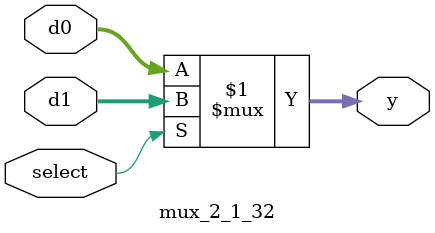
<source format=v>
module mux_2_1_32 (input [31:0] d0, d1, input select, output [31:0] y);
    assign y = select ? d1 : d0;
endmodule
</source>
